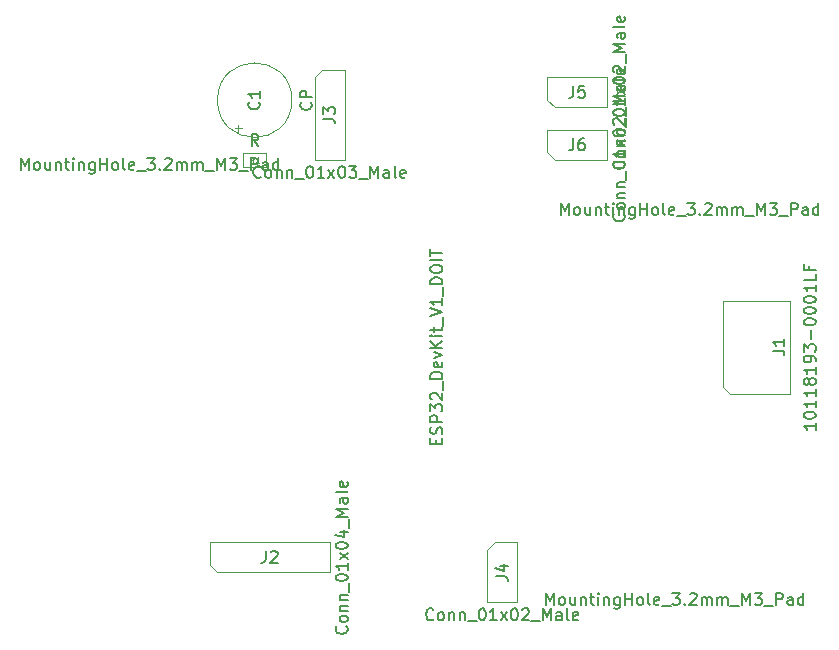
<source format=gbr>
%TF.GenerationSoftware,KiCad,Pcbnew,5.1.10*%
%TF.CreationDate,2021-10-27T21:54:33+02:00*%
%TF.ProjectId,JeanCloud_pcb_regular,4a65616e-436c-46f7-9564-5f7063625f72,rev?*%
%TF.SameCoordinates,Original*%
%TF.FileFunction,Other,Fab,Top*%
%FSLAX46Y46*%
G04 Gerber Fmt 4.6, Leading zero omitted, Abs format (unit mm)*
G04 Created by KiCad (PCBNEW 5.1.10) date 2021-10-27 21:54:33*
%MOMM*%
%LPD*%
G01*
G04 APERTURE LIST*
%ADD10C,0.100000*%
%ADD11C,0.150000*%
%ADD12C,0.080000*%
G04 APERTURE END LIST*
D10*
%TO.C,J1*%
X103715000Y-55365000D02*
X98625000Y-55365000D01*
X98065000Y-47505000D02*
X98065000Y-54805000D01*
X98625000Y-55365000D02*
X98065000Y-54805000D01*
X103715000Y-55365000D02*
X103715000Y-47505000D01*
X103715000Y-47505000D02*
X98065000Y-47505000D01*
%TO.C,J2*%
X54610000Y-69850000D02*
X54610000Y-67945000D01*
X54610000Y-67945000D02*
X64770000Y-67945000D01*
X64770000Y-67945000D02*
X64770000Y-70485000D01*
X64770000Y-70485000D02*
X55245000Y-70485000D01*
X55245000Y-70485000D02*
X54610000Y-69850000D01*
%TO.C,J3*%
X64135000Y-27940000D02*
X66040000Y-27940000D01*
X66040000Y-27940000D02*
X66040000Y-35560000D01*
X66040000Y-35560000D02*
X63500000Y-35560000D01*
X63500000Y-35560000D02*
X63500000Y-28575000D01*
X63500000Y-28575000D02*
X64135000Y-27940000D01*
%TO.C,J4*%
X78740000Y-67945000D02*
X80645000Y-67945000D01*
X80645000Y-67945000D02*
X80645000Y-73025000D01*
X80645000Y-73025000D02*
X78105000Y-73025000D01*
X78105000Y-73025000D02*
X78105000Y-68580000D01*
X78105000Y-68580000D02*
X78740000Y-67945000D01*
%TO.C,J5*%
X83820000Y-31115000D02*
X83185000Y-30480000D01*
X88265000Y-31115000D02*
X83820000Y-31115000D01*
X88265000Y-28575000D02*
X88265000Y-31115000D01*
X83185000Y-28575000D02*
X88265000Y-28575000D01*
X83185000Y-30480000D02*
X83185000Y-28575000D01*
%TO.C,J6*%
X83185000Y-34925000D02*
X83185000Y-33020000D01*
X83185000Y-33020000D02*
X88265000Y-33020000D01*
X88265000Y-33020000D02*
X88265000Y-35560000D01*
X88265000Y-35560000D02*
X83820000Y-35560000D01*
X83820000Y-35560000D02*
X83185000Y-34925000D01*
%TO.C,C1*%
X56731500Y-32878972D02*
X57361500Y-32878972D01*
X57046500Y-33193972D02*
X57046500Y-32563972D01*
X61570000Y-30500000D02*
G75*
G03*
X61570000Y-30500000I-3150000J0D01*
G01*
%TO.C,R1*%
X57420000Y-34935000D02*
X59420000Y-34935000D01*
X57420000Y-36185000D02*
X57420000Y-34935000D01*
X59420000Y-36185000D02*
X57420000Y-36185000D01*
X59420000Y-34935000D02*
X59420000Y-36185000D01*
%TD*%
%TO.C, *%
D11*
X83075238Y-73232380D02*
X83075238Y-72232380D01*
X83408571Y-72946666D01*
X83741904Y-72232380D01*
X83741904Y-73232380D01*
X84360952Y-73232380D02*
X84265714Y-73184761D01*
X84218095Y-73137142D01*
X84170476Y-73041904D01*
X84170476Y-72756190D01*
X84218095Y-72660952D01*
X84265714Y-72613333D01*
X84360952Y-72565714D01*
X84503809Y-72565714D01*
X84599047Y-72613333D01*
X84646666Y-72660952D01*
X84694285Y-72756190D01*
X84694285Y-73041904D01*
X84646666Y-73137142D01*
X84599047Y-73184761D01*
X84503809Y-73232380D01*
X84360952Y-73232380D01*
X85551428Y-72565714D02*
X85551428Y-73232380D01*
X85122857Y-72565714D02*
X85122857Y-73089523D01*
X85170476Y-73184761D01*
X85265714Y-73232380D01*
X85408571Y-73232380D01*
X85503809Y-73184761D01*
X85551428Y-73137142D01*
X86027619Y-72565714D02*
X86027619Y-73232380D01*
X86027619Y-72660952D02*
X86075238Y-72613333D01*
X86170476Y-72565714D01*
X86313333Y-72565714D01*
X86408571Y-72613333D01*
X86456190Y-72708571D01*
X86456190Y-73232380D01*
X86789523Y-72565714D02*
X87170476Y-72565714D01*
X86932380Y-72232380D02*
X86932380Y-73089523D01*
X86980000Y-73184761D01*
X87075238Y-73232380D01*
X87170476Y-73232380D01*
X87503809Y-73232380D02*
X87503809Y-72565714D01*
X87503809Y-72232380D02*
X87456190Y-72280000D01*
X87503809Y-72327619D01*
X87551428Y-72280000D01*
X87503809Y-72232380D01*
X87503809Y-72327619D01*
X87979999Y-72565714D02*
X87979999Y-73232380D01*
X87979999Y-72660952D02*
X88027619Y-72613333D01*
X88122857Y-72565714D01*
X88265714Y-72565714D01*
X88360952Y-72613333D01*
X88408571Y-72708571D01*
X88408571Y-73232380D01*
X89313333Y-72565714D02*
X89313333Y-73375238D01*
X89265714Y-73470476D01*
X89218095Y-73518095D01*
X89122857Y-73565714D01*
X88979999Y-73565714D01*
X88884761Y-73518095D01*
X89313333Y-73184761D02*
X89218095Y-73232380D01*
X89027619Y-73232380D01*
X88932380Y-73184761D01*
X88884761Y-73137142D01*
X88837142Y-73041904D01*
X88837142Y-72756190D01*
X88884761Y-72660952D01*
X88932380Y-72613333D01*
X89027619Y-72565714D01*
X89218095Y-72565714D01*
X89313333Y-72613333D01*
X89789523Y-73232380D02*
X89789523Y-72232380D01*
X89789523Y-72708571D02*
X90360952Y-72708571D01*
X90360952Y-73232380D02*
X90360952Y-72232380D01*
X90979999Y-73232380D02*
X90884761Y-73184761D01*
X90837142Y-73137142D01*
X90789523Y-73041904D01*
X90789523Y-72756190D01*
X90837142Y-72660952D01*
X90884761Y-72613333D01*
X90979999Y-72565714D01*
X91122857Y-72565714D01*
X91218095Y-72613333D01*
X91265714Y-72660952D01*
X91313333Y-72756190D01*
X91313333Y-73041904D01*
X91265714Y-73137142D01*
X91218095Y-73184761D01*
X91122857Y-73232380D01*
X90979999Y-73232380D01*
X91884761Y-73232380D02*
X91789523Y-73184761D01*
X91741904Y-73089523D01*
X91741904Y-72232380D01*
X92646666Y-73184761D02*
X92551428Y-73232380D01*
X92360952Y-73232380D01*
X92265714Y-73184761D01*
X92218095Y-73089523D01*
X92218095Y-72708571D01*
X92265714Y-72613333D01*
X92360952Y-72565714D01*
X92551428Y-72565714D01*
X92646666Y-72613333D01*
X92694285Y-72708571D01*
X92694285Y-72803809D01*
X92218095Y-72899047D01*
X92884761Y-73327619D02*
X93646666Y-73327619D01*
X93789523Y-72232380D02*
X94408571Y-72232380D01*
X94075238Y-72613333D01*
X94218095Y-72613333D01*
X94313333Y-72660952D01*
X94360952Y-72708571D01*
X94408571Y-72803809D01*
X94408571Y-73041904D01*
X94360952Y-73137142D01*
X94313333Y-73184761D01*
X94218095Y-73232380D01*
X93932380Y-73232380D01*
X93837142Y-73184761D01*
X93789523Y-73137142D01*
X94837142Y-73137142D02*
X94884761Y-73184761D01*
X94837142Y-73232380D01*
X94789523Y-73184761D01*
X94837142Y-73137142D01*
X94837142Y-73232380D01*
X95265714Y-72327619D02*
X95313333Y-72280000D01*
X95408571Y-72232380D01*
X95646666Y-72232380D01*
X95741904Y-72280000D01*
X95789523Y-72327619D01*
X95837142Y-72422857D01*
X95837142Y-72518095D01*
X95789523Y-72660952D01*
X95218095Y-73232380D01*
X95837142Y-73232380D01*
X96265714Y-73232380D02*
X96265714Y-72565714D01*
X96265714Y-72660952D02*
X96313333Y-72613333D01*
X96408571Y-72565714D01*
X96551428Y-72565714D01*
X96646666Y-72613333D01*
X96694285Y-72708571D01*
X96694285Y-73232380D01*
X96694285Y-72708571D02*
X96741904Y-72613333D01*
X96837142Y-72565714D01*
X96979999Y-72565714D01*
X97075238Y-72613333D01*
X97122857Y-72708571D01*
X97122857Y-73232380D01*
X97599047Y-73232380D02*
X97599047Y-72565714D01*
X97599047Y-72660952D02*
X97646666Y-72613333D01*
X97741904Y-72565714D01*
X97884761Y-72565714D01*
X97979999Y-72613333D01*
X98027619Y-72708571D01*
X98027619Y-73232380D01*
X98027619Y-72708571D02*
X98075238Y-72613333D01*
X98170476Y-72565714D01*
X98313333Y-72565714D01*
X98408571Y-72613333D01*
X98456190Y-72708571D01*
X98456190Y-73232380D01*
X98694285Y-73327619D02*
X99456190Y-73327619D01*
X99694285Y-73232380D02*
X99694285Y-72232380D01*
X100027619Y-72946666D01*
X100360952Y-72232380D01*
X100360952Y-73232380D01*
X100741904Y-72232380D02*
X101360952Y-72232380D01*
X101027619Y-72613333D01*
X101170476Y-72613333D01*
X101265714Y-72660952D01*
X101313333Y-72708571D01*
X101360952Y-72803809D01*
X101360952Y-73041904D01*
X101313333Y-73137142D01*
X101265714Y-73184761D01*
X101170476Y-73232380D01*
X100884761Y-73232380D01*
X100789523Y-73184761D01*
X100741904Y-73137142D01*
X101551428Y-73327619D02*
X102313333Y-73327619D01*
X102551428Y-73232380D02*
X102551428Y-72232380D01*
X102932380Y-72232380D01*
X103027619Y-72280000D01*
X103075238Y-72327619D01*
X103122857Y-72422857D01*
X103122857Y-72565714D01*
X103075238Y-72660952D01*
X103027619Y-72708571D01*
X102932380Y-72756190D01*
X102551428Y-72756190D01*
X103979999Y-73232380D02*
X103979999Y-72708571D01*
X103932380Y-72613333D01*
X103837142Y-72565714D01*
X103646666Y-72565714D01*
X103551428Y-72613333D01*
X103979999Y-73184761D02*
X103884761Y-73232380D01*
X103646666Y-73232380D01*
X103551428Y-73184761D01*
X103503809Y-73089523D01*
X103503809Y-72994285D01*
X103551428Y-72899047D01*
X103646666Y-72851428D01*
X103884761Y-72851428D01*
X103979999Y-72803809D01*
X104884761Y-73232380D02*
X104884761Y-72232380D01*
X104884761Y-73184761D02*
X104789523Y-73232380D01*
X104599047Y-73232380D01*
X104503809Y-73184761D01*
X104456190Y-73137142D01*
X104408571Y-73041904D01*
X104408571Y-72756190D01*
X104456190Y-72660952D01*
X104503809Y-72613333D01*
X104599047Y-72565714D01*
X104789523Y-72565714D01*
X104884761Y-72613333D01*
X38625238Y-36402380D02*
X38625238Y-35402380D01*
X38958571Y-36116666D01*
X39291904Y-35402380D01*
X39291904Y-36402380D01*
X39910952Y-36402380D02*
X39815714Y-36354761D01*
X39768095Y-36307142D01*
X39720476Y-36211904D01*
X39720476Y-35926190D01*
X39768095Y-35830952D01*
X39815714Y-35783333D01*
X39910952Y-35735714D01*
X40053809Y-35735714D01*
X40149047Y-35783333D01*
X40196666Y-35830952D01*
X40244285Y-35926190D01*
X40244285Y-36211904D01*
X40196666Y-36307142D01*
X40149047Y-36354761D01*
X40053809Y-36402380D01*
X39910952Y-36402380D01*
X41101428Y-35735714D02*
X41101428Y-36402380D01*
X40672857Y-35735714D02*
X40672857Y-36259523D01*
X40720476Y-36354761D01*
X40815714Y-36402380D01*
X40958571Y-36402380D01*
X41053809Y-36354761D01*
X41101428Y-36307142D01*
X41577619Y-35735714D02*
X41577619Y-36402380D01*
X41577619Y-35830952D02*
X41625238Y-35783333D01*
X41720476Y-35735714D01*
X41863333Y-35735714D01*
X41958571Y-35783333D01*
X42006190Y-35878571D01*
X42006190Y-36402380D01*
X42339523Y-35735714D02*
X42720476Y-35735714D01*
X42482380Y-35402380D02*
X42482380Y-36259523D01*
X42530000Y-36354761D01*
X42625238Y-36402380D01*
X42720476Y-36402380D01*
X43053809Y-36402380D02*
X43053809Y-35735714D01*
X43053809Y-35402380D02*
X43006190Y-35450000D01*
X43053809Y-35497619D01*
X43101428Y-35450000D01*
X43053809Y-35402380D01*
X43053809Y-35497619D01*
X43530000Y-35735714D02*
X43530000Y-36402380D01*
X43530000Y-35830952D02*
X43577619Y-35783333D01*
X43672857Y-35735714D01*
X43815714Y-35735714D01*
X43910952Y-35783333D01*
X43958571Y-35878571D01*
X43958571Y-36402380D01*
X44863333Y-35735714D02*
X44863333Y-36545238D01*
X44815714Y-36640476D01*
X44768095Y-36688095D01*
X44672857Y-36735714D01*
X44530000Y-36735714D01*
X44434761Y-36688095D01*
X44863333Y-36354761D02*
X44768095Y-36402380D01*
X44577619Y-36402380D01*
X44482380Y-36354761D01*
X44434761Y-36307142D01*
X44387142Y-36211904D01*
X44387142Y-35926190D01*
X44434761Y-35830952D01*
X44482380Y-35783333D01*
X44577619Y-35735714D01*
X44768095Y-35735714D01*
X44863333Y-35783333D01*
X45339523Y-36402380D02*
X45339523Y-35402380D01*
X45339523Y-35878571D02*
X45910952Y-35878571D01*
X45910952Y-36402380D02*
X45910952Y-35402380D01*
X46530000Y-36402380D02*
X46434761Y-36354761D01*
X46387142Y-36307142D01*
X46339523Y-36211904D01*
X46339523Y-35926190D01*
X46387142Y-35830952D01*
X46434761Y-35783333D01*
X46530000Y-35735714D01*
X46672857Y-35735714D01*
X46768095Y-35783333D01*
X46815714Y-35830952D01*
X46863333Y-35926190D01*
X46863333Y-36211904D01*
X46815714Y-36307142D01*
X46768095Y-36354761D01*
X46672857Y-36402380D01*
X46530000Y-36402380D01*
X47434761Y-36402380D02*
X47339523Y-36354761D01*
X47291904Y-36259523D01*
X47291904Y-35402380D01*
X48196666Y-36354761D02*
X48101428Y-36402380D01*
X47910952Y-36402380D01*
X47815714Y-36354761D01*
X47768095Y-36259523D01*
X47768095Y-35878571D01*
X47815714Y-35783333D01*
X47910952Y-35735714D01*
X48101428Y-35735714D01*
X48196666Y-35783333D01*
X48244285Y-35878571D01*
X48244285Y-35973809D01*
X47768095Y-36069047D01*
X48434761Y-36497619D02*
X49196666Y-36497619D01*
X49339523Y-35402380D02*
X49958571Y-35402380D01*
X49625238Y-35783333D01*
X49768095Y-35783333D01*
X49863333Y-35830952D01*
X49910952Y-35878571D01*
X49958571Y-35973809D01*
X49958571Y-36211904D01*
X49910952Y-36307142D01*
X49863333Y-36354761D01*
X49768095Y-36402380D01*
X49482380Y-36402380D01*
X49387142Y-36354761D01*
X49339523Y-36307142D01*
X50387142Y-36307142D02*
X50434761Y-36354761D01*
X50387142Y-36402380D01*
X50339523Y-36354761D01*
X50387142Y-36307142D01*
X50387142Y-36402380D01*
X50815714Y-35497619D02*
X50863333Y-35450000D01*
X50958571Y-35402380D01*
X51196666Y-35402380D01*
X51291904Y-35450000D01*
X51339523Y-35497619D01*
X51387142Y-35592857D01*
X51387142Y-35688095D01*
X51339523Y-35830952D01*
X50768095Y-36402380D01*
X51387142Y-36402380D01*
X51815714Y-36402380D02*
X51815714Y-35735714D01*
X51815714Y-35830952D02*
X51863333Y-35783333D01*
X51958571Y-35735714D01*
X52101428Y-35735714D01*
X52196666Y-35783333D01*
X52244285Y-35878571D01*
X52244285Y-36402380D01*
X52244285Y-35878571D02*
X52291904Y-35783333D01*
X52387142Y-35735714D01*
X52529999Y-35735714D01*
X52625238Y-35783333D01*
X52672857Y-35878571D01*
X52672857Y-36402380D01*
X53149047Y-36402380D02*
X53149047Y-35735714D01*
X53149047Y-35830952D02*
X53196666Y-35783333D01*
X53291904Y-35735714D01*
X53434761Y-35735714D01*
X53530000Y-35783333D01*
X53577619Y-35878571D01*
X53577619Y-36402380D01*
X53577619Y-35878571D02*
X53625238Y-35783333D01*
X53720476Y-35735714D01*
X53863333Y-35735714D01*
X53958571Y-35783333D01*
X54006190Y-35878571D01*
X54006190Y-36402380D01*
X54244285Y-36497619D02*
X55006190Y-36497619D01*
X55244285Y-36402380D02*
X55244285Y-35402380D01*
X55577619Y-36116666D01*
X55910952Y-35402380D01*
X55910952Y-36402380D01*
X56291904Y-35402380D02*
X56910952Y-35402380D01*
X56577619Y-35783333D01*
X56720476Y-35783333D01*
X56815714Y-35830952D01*
X56863333Y-35878571D01*
X56910952Y-35973809D01*
X56910952Y-36211904D01*
X56863333Y-36307142D01*
X56815714Y-36354761D01*
X56720476Y-36402380D01*
X56434761Y-36402380D01*
X56339523Y-36354761D01*
X56291904Y-36307142D01*
X57101428Y-36497619D02*
X57863333Y-36497619D01*
X58101428Y-36402380D02*
X58101428Y-35402380D01*
X58482380Y-35402380D01*
X58577619Y-35450000D01*
X58625238Y-35497619D01*
X58672857Y-35592857D01*
X58672857Y-35735714D01*
X58625238Y-35830952D01*
X58577619Y-35878571D01*
X58482380Y-35926190D01*
X58101428Y-35926190D01*
X59530000Y-36402380D02*
X59530000Y-35878571D01*
X59482380Y-35783333D01*
X59387142Y-35735714D01*
X59196666Y-35735714D01*
X59101428Y-35783333D01*
X59530000Y-36354761D02*
X59434761Y-36402380D01*
X59196666Y-36402380D01*
X59101428Y-36354761D01*
X59053809Y-36259523D01*
X59053809Y-36164285D01*
X59101428Y-36069047D01*
X59196666Y-36021428D01*
X59434761Y-36021428D01*
X59530000Y-35973809D01*
X60434761Y-36402380D02*
X60434761Y-35402380D01*
X60434761Y-36354761D02*
X60339523Y-36402380D01*
X60149047Y-36402380D01*
X60053809Y-36354761D01*
X60006190Y-36307142D01*
X59958571Y-36211904D01*
X59958571Y-35926190D01*
X60006190Y-35830952D01*
X60053809Y-35783333D01*
X60149047Y-35735714D01*
X60339523Y-35735714D01*
X60434761Y-35783333D01*
X84345238Y-40212380D02*
X84345238Y-39212380D01*
X84678571Y-39926666D01*
X85011904Y-39212380D01*
X85011904Y-40212380D01*
X85630952Y-40212380D02*
X85535714Y-40164761D01*
X85488095Y-40117142D01*
X85440476Y-40021904D01*
X85440476Y-39736190D01*
X85488095Y-39640952D01*
X85535714Y-39593333D01*
X85630952Y-39545714D01*
X85773809Y-39545714D01*
X85869047Y-39593333D01*
X85916666Y-39640952D01*
X85964285Y-39736190D01*
X85964285Y-40021904D01*
X85916666Y-40117142D01*
X85869047Y-40164761D01*
X85773809Y-40212380D01*
X85630952Y-40212380D01*
X86821428Y-39545714D02*
X86821428Y-40212380D01*
X86392857Y-39545714D02*
X86392857Y-40069523D01*
X86440476Y-40164761D01*
X86535714Y-40212380D01*
X86678571Y-40212380D01*
X86773809Y-40164761D01*
X86821428Y-40117142D01*
X87297619Y-39545714D02*
X87297619Y-40212380D01*
X87297619Y-39640952D02*
X87345238Y-39593333D01*
X87440476Y-39545714D01*
X87583333Y-39545714D01*
X87678571Y-39593333D01*
X87726190Y-39688571D01*
X87726190Y-40212380D01*
X88059523Y-39545714D02*
X88440476Y-39545714D01*
X88202380Y-39212380D02*
X88202380Y-40069523D01*
X88250000Y-40164761D01*
X88345238Y-40212380D01*
X88440476Y-40212380D01*
X88773809Y-40212380D02*
X88773809Y-39545714D01*
X88773809Y-39212380D02*
X88726190Y-39260000D01*
X88773809Y-39307619D01*
X88821428Y-39260000D01*
X88773809Y-39212380D01*
X88773809Y-39307619D01*
X89249999Y-39545714D02*
X89249999Y-40212380D01*
X89249999Y-39640952D02*
X89297619Y-39593333D01*
X89392857Y-39545714D01*
X89535714Y-39545714D01*
X89630952Y-39593333D01*
X89678571Y-39688571D01*
X89678571Y-40212380D01*
X90583333Y-39545714D02*
X90583333Y-40355238D01*
X90535714Y-40450476D01*
X90488095Y-40498095D01*
X90392857Y-40545714D01*
X90249999Y-40545714D01*
X90154761Y-40498095D01*
X90583333Y-40164761D02*
X90488095Y-40212380D01*
X90297619Y-40212380D01*
X90202380Y-40164761D01*
X90154761Y-40117142D01*
X90107142Y-40021904D01*
X90107142Y-39736190D01*
X90154761Y-39640952D01*
X90202380Y-39593333D01*
X90297619Y-39545714D01*
X90488095Y-39545714D01*
X90583333Y-39593333D01*
X91059523Y-40212380D02*
X91059523Y-39212380D01*
X91059523Y-39688571D02*
X91630952Y-39688571D01*
X91630952Y-40212380D02*
X91630952Y-39212380D01*
X92249999Y-40212380D02*
X92154761Y-40164761D01*
X92107142Y-40117142D01*
X92059523Y-40021904D01*
X92059523Y-39736190D01*
X92107142Y-39640952D01*
X92154761Y-39593333D01*
X92249999Y-39545714D01*
X92392857Y-39545714D01*
X92488095Y-39593333D01*
X92535714Y-39640952D01*
X92583333Y-39736190D01*
X92583333Y-40021904D01*
X92535714Y-40117142D01*
X92488095Y-40164761D01*
X92392857Y-40212380D01*
X92249999Y-40212380D01*
X93154761Y-40212380D02*
X93059523Y-40164761D01*
X93011904Y-40069523D01*
X93011904Y-39212380D01*
X93916666Y-40164761D02*
X93821428Y-40212380D01*
X93630952Y-40212380D01*
X93535714Y-40164761D01*
X93488095Y-40069523D01*
X93488095Y-39688571D01*
X93535714Y-39593333D01*
X93630952Y-39545714D01*
X93821428Y-39545714D01*
X93916666Y-39593333D01*
X93964285Y-39688571D01*
X93964285Y-39783809D01*
X93488095Y-39879047D01*
X94154761Y-40307619D02*
X94916666Y-40307619D01*
X95059523Y-39212380D02*
X95678571Y-39212380D01*
X95345238Y-39593333D01*
X95488095Y-39593333D01*
X95583333Y-39640952D01*
X95630952Y-39688571D01*
X95678571Y-39783809D01*
X95678571Y-40021904D01*
X95630952Y-40117142D01*
X95583333Y-40164761D01*
X95488095Y-40212380D01*
X95202380Y-40212380D01*
X95107142Y-40164761D01*
X95059523Y-40117142D01*
X96107142Y-40117142D02*
X96154761Y-40164761D01*
X96107142Y-40212380D01*
X96059523Y-40164761D01*
X96107142Y-40117142D01*
X96107142Y-40212380D01*
X96535714Y-39307619D02*
X96583333Y-39260000D01*
X96678571Y-39212380D01*
X96916666Y-39212380D01*
X97011904Y-39260000D01*
X97059523Y-39307619D01*
X97107142Y-39402857D01*
X97107142Y-39498095D01*
X97059523Y-39640952D01*
X96488095Y-40212380D01*
X97107142Y-40212380D01*
X97535714Y-40212380D02*
X97535714Y-39545714D01*
X97535714Y-39640952D02*
X97583333Y-39593333D01*
X97678571Y-39545714D01*
X97821428Y-39545714D01*
X97916666Y-39593333D01*
X97964285Y-39688571D01*
X97964285Y-40212380D01*
X97964285Y-39688571D02*
X98011904Y-39593333D01*
X98107142Y-39545714D01*
X98249999Y-39545714D01*
X98345238Y-39593333D01*
X98392857Y-39688571D01*
X98392857Y-40212380D01*
X98869047Y-40212380D02*
X98869047Y-39545714D01*
X98869047Y-39640952D02*
X98916666Y-39593333D01*
X99011904Y-39545714D01*
X99154761Y-39545714D01*
X99249999Y-39593333D01*
X99297619Y-39688571D01*
X99297619Y-40212380D01*
X99297619Y-39688571D02*
X99345238Y-39593333D01*
X99440476Y-39545714D01*
X99583333Y-39545714D01*
X99678571Y-39593333D01*
X99726190Y-39688571D01*
X99726190Y-40212380D01*
X99964285Y-40307619D02*
X100726190Y-40307619D01*
X100964285Y-40212380D02*
X100964285Y-39212380D01*
X101297619Y-39926666D01*
X101630952Y-39212380D01*
X101630952Y-40212380D01*
X102011904Y-39212380D02*
X102630952Y-39212380D01*
X102297619Y-39593333D01*
X102440476Y-39593333D01*
X102535714Y-39640952D01*
X102583333Y-39688571D01*
X102630952Y-39783809D01*
X102630952Y-40021904D01*
X102583333Y-40117142D01*
X102535714Y-40164761D01*
X102440476Y-40212380D01*
X102154761Y-40212380D01*
X102059523Y-40164761D01*
X102011904Y-40117142D01*
X102821428Y-40307619D02*
X103583333Y-40307619D01*
X103821428Y-40212380D02*
X103821428Y-39212380D01*
X104202380Y-39212380D01*
X104297619Y-39260000D01*
X104345238Y-39307619D01*
X104392857Y-39402857D01*
X104392857Y-39545714D01*
X104345238Y-39640952D01*
X104297619Y-39688571D01*
X104202380Y-39736190D01*
X103821428Y-39736190D01*
X105249999Y-40212380D02*
X105249999Y-39688571D01*
X105202380Y-39593333D01*
X105107142Y-39545714D01*
X104916666Y-39545714D01*
X104821428Y-39593333D01*
X105249999Y-40164761D02*
X105154761Y-40212380D01*
X104916666Y-40212380D01*
X104821428Y-40164761D01*
X104773809Y-40069523D01*
X104773809Y-39974285D01*
X104821428Y-39879047D01*
X104916666Y-39831428D01*
X105154761Y-39831428D01*
X105249999Y-39783809D01*
X106154761Y-40212380D02*
X106154761Y-39212380D01*
X106154761Y-40164761D02*
X106059523Y-40212380D01*
X105869047Y-40212380D01*
X105773809Y-40164761D01*
X105726190Y-40117142D01*
X105678571Y-40021904D01*
X105678571Y-39736190D01*
X105726190Y-39640952D01*
X105773809Y-39593333D01*
X105869047Y-39545714D01*
X106059523Y-39545714D01*
X106154761Y-39593333D01*
X73778571Y-59601666D02*
X73778571Y-59268333D01*
X74302380Y-59125476D02*
X74302380Y-59601666D01*
X73302380Y-59601666D01*
X73302380Y-59125476D01*
X74254761Y-58744523D02*
X74302380Y-58601666D01*
X74302380Y-58363571D01*
X74254761Y-58268333D01*
X74207142Y-58220714D01*
X74111904Y-58173095D01*
X74016666Y-58173095D01*
X73921428Y-58220714D01*
X73873809Y-58268333D01*
X73826190Y-58363571D01*
X73778571Y-58554047D01*
X73730952Y-58649285D01*
X73683333Y-58696904D01*
X73588095Y-58744523D01*
X73492857Y-58744523D01*
X73397619Y-58696904D01*
X73350000Y-58649285D01*
X73302380Y-58554047D01*
X73302380Y-58315952D01*
X73350000Y-58173095D01*
X74302380Y-57744523D02*
X73302380Y-57744523D01*
X73302380Y-57363571D01*
X73350000Y-57268333D01*
X73397619Y-57220714D01*
X73492857Y-57173095D01*
X73635714Y-57173095D01*
X73730952Y-57220714D01*
X73778571Y-57268333D01*
X73826190Y-57363571D01*
X73826190Y-57744523D01*
X73302380Y-56839761D02*
X73302380Y-56220714D01*
X73683333Y-56554047D01*
X73683333Y-56411190D01*
X73730952Y-56315952D01*
X73778571Y-56268333D01*
X73873809Y-56220714D01*
X74111904Y-56220714D01*
X74207142Y-56268333D01*
X74254761Y-56315952D01*
X74302380Y-56411190D01*
X74302380Y-56696904D01*
X74254761Y-56792142D01*
X74207142Y-56839761D01*
X73397619Y-55839761D02*
X73350000Y-55792142D01*
X73302380Y-55696904D01*
X73302380Y-55458809D01*
X73350000Y-55363571D01*
X73397619Y-55315952D01*
X73492857Y-55268333D01*
X73588095Y-55268333D01*
X73730952Y-55315952D01*
X74302380Y-55887380D01*
X74302380Y-55268333D01*
X74397619Y-55077857D02*
X74397619Y-54315952D01*
X74302380Y-54077857D02*
X73302380Y-54077857D01*
X73302380Y-53839761D01*
X73350000Y-53696904D01*
X73445238Y-53601666D01*
X73540476Y-53554047D01*
X73730952Y-53506428D01*
X73873809Y-53506428D01*
X74064285Y-53554047D01*
X74159523Y-53601666D01*
X74254761Y-53696904D01*
X74302380Y-53839761D01*
X74302380Y-54077857D01*
X74254761Y-52696904D02*
X74302380Y-52792142D01*
X74302380Y-52982619D01*
X74254761Y-53077857D01*
X74159523Y-53125476D01*
X73778571Y-53125476D01*
X73683333Y-53077857D01*
X73635714Y-52982619D01*
X73635714Y-52792142D01*
X73683333Y-52696904D01*
X73778571Y-52649285D01*
X73873809Y-52649285D01*
X73969047Y-53125476D01*
X73635714Y-52315952D02*
X74302380Y-52077857D01*
X73635714Y-51839761D01*
X74302380Y-51458809D02*
X73302380Y-51458809D01*
X74302380Y-50887380D02*
X73730952Y-51315952D01*
X73302380Y-50887380D02*
X73873809Y-51458809D01*
X74302380Y-50458809D02*
X73635714Y-50458809D01*
X73302380Y-50458809D02*
X73350000Y-50506428D01*
X73397619Y-50458809D01*
X73350000Y-50411190D01*
X73302380Y-50458809D01*
X73397619Y-50458809D01*
X73635714Y-50125476D02*
X73635714Y-49744523D01*
X73302380Y-49982619D02*
X74159523Y-49982619D01*
X74254761Y-49935000D01*
X74302380Y-49839761D01*
X74302380Y-49744523D01*
X74397619Y-49649285D02*
X74397619Y-48887380D01*
X73302380Y-48792142D02*
X74302380Y-48458809D01*
X73302380Y-48125476D01*
X74302380Y-47268333D02*
X74302380Y-47839761D01*
X74302380Y-47554047D02*
X73302380Y-47554047D01*
X73445238Y-47649285D01*
X73540476Y-47744523D01*
X73588095Y-47839761D01*
X74397619Y-47077857D02*
X74397619Y-46315952D01*
X74302380Y-46077857D02*
X73302380Y-46077857D01*
X73302380Y-45839761D01*
X73350000Y-45696904D01*
X73445238Y-45601666D01*
X73540476Y-45554047D01*
X73730952Y-45506428D01*
X73873809Y-45506428D01*
X74064285Y-45554047D01*
X74159523Y-45601666D01*
X74254761Y-45696904D01*
X74302380Y-45839761D01*
X74302380Y-46077857D01*
X73302380Y-44887380D02*
X73302380Y-44696904D01*
X73350000Y-44601666D01*
X73445238Y-44506428D01*
X73635714Y-44458809D01*
X73969047Y-44458809D01*
X74159523Y-44506428D01*
X74254761Y-44601666D01*
X74302380Y-44696904D01*
X74302380Y-44887380D01*
X74254761Y-44982619D01*
X74159523Y-45077857D01*
X73969047Y-45125476D01*
X73635714Y-45125476D01*
X73445238Y-45077857D01*
X73350000Y-44982619D01*
X73302380Y-44887380D01*
X74302380Y-44030238D02*
X73302380Y-44030238D01*
X73302380Y-43696904D02*
X73302380Y-43125476D01*
X74302380Y-43411190D02*
X73302380Y-43411190D01*
%TO.C,J1*%
X105917380Y-57839761D02*
X105917380Y-58411190D01*
X105917380Y-58125476D02*
X104917380Y-58125476D01*
X105060238Y-58220714D01*
X105155476Y-58315952D01*
X105203095Y-58411190D01*
X104917380Y-57220714D02*
X104917380Y-57125476D01*
X104965000Y-57030238D01*
X105012619Y-56982619D01*
X105107857Y-56935000D01*
X105298333Y-56887380D01*
X105536428Y-56887380D01*
X105726904Y-56935000D01*
X105822142Y-56982619D01*
X105869761Y-57030238D01*
X105917380Y-57125476D01*
X105917380Y-57220714D01*
X105869761Y-57315952D01*
X105822142Y-57363571D01*
X105726904Y-57411190D01*
X105536428Y-57458809D01*
X105298333Y-57458809D01*
X105107857Y-57411190D01*
X105012619Y-57363571D01*
X104965000Y-57315952D01*
X104917380Y-57220714D01*
X105917380Y-55935000D02*
X105917380Y-56506428D01*
X105917380Y-56220714D02*
X104917380Y-56220714D01*
X105060238Y-56315952D01*
X105155476Y-56411190D01*
X105203095Y-56506428D01*
X105917380Y-54982619D02*
X105917380Y-55554047D01*
X105917380Y-55268333D02*
X104917380Y-55268333D01*
X105060238Y-55363571D01*
X105155476Y-55458809D01*
X105203095Y-55554047D01*
X105345952Y-54411190D02*
X105298333Y-54506428D01*
X105250714Y-54554047D01*
X105155476Y-54601666D01*
X105107857Y-54601666D01*
X105012619Y-54554047D01*
X104965000Y-54506428D01*
X104917380Y-54411190D01*
X104917380Y-54220714D01*
X104965000Y-54125476D01*
X105012619Y-54077857D01*
X105107857Y-54030238D01*
X105155476Y-54030238D01*
X105250714Y-54077857D01*
X105298333Y-54125476D01*
X105345952Y-54220714D01*
X105345952Y-54411190D01*
X105393571Y-54506428D01*
X105441190Y-54554047D01*
X105536428Y-54601666D01*
X105726904Y-54601666D01*
X105822142Y-54554047D01*
X105869761Y-54506428D01*
X105917380Y-54411190D01*
X105917380Y-54220714D01*
X105869761Y-54125476D01*
X105822142Y-54077857D01*
X105726904Y-54030238D01*
X105536428Y-54030238D01*
X105441190Y-54077857D01*
X105393571Y-54125476D01*
X105345952Y-54220714D01*
X105917380Y-53077857D02*
X105917380Y-53649285D01*
X105917380Y-53363571D02*
X104917380Y-53363571D01*
X105060238Y-53458809D01*
X105155476Y-53554047D01*
X105203095Y-53649285D01*
X105917380Y-52601666D02*
X105917380Y-52411190D01*
X105869761Y-52315952D01*
X105822142Y-52268333D01*
X105679285Y-52173095D01*
X105488809Y-52125476D01*
X105107857Y-52125476D01*
X105012619Y-52173095D01*
X104965000Y-52220714D01*
X104917380Y-52315952D01*
X104917380Y-52506428D01*
X104965000Y-52601666D01*
X105012619Y-52649285D01*
X105107857Y-52696904D01*
X105345952Y-52696904D01*
X105441190Y-52649285D01*
X105488809Y-52601666D01*
X105536428Y-52506428D01*
X105536428Y-52315952D01*
X105488809Y-52220714D01*
X105441190Y-52173095D01*
X105345952Y-52125476D01*
X104917380Y-51792142D02*
X104917380Y-51173095D01*
X105298333Y-51506428D01*
X105298333Y-51363571D01*
X105345952Y-51268333D01*
X105393571Y-51220714D01*
X105488809Y-51173095D01*
X105726904Y-51173095D01*
X105822142Y-51220714D01*
X105869761Y-51268333D01*
X105917380Y-51363571D01*
X105917380Y-51649285D01*
X105869761Y-51744523D01*
X105822142Y-51792142D01*
X105536428Y-50744523D02*
X105536428Y-49982619D01*
X104917380Y-49315952D02*
X104917380Y-49220714D01*
X104965000Y-49125476D01*
X105012619Y-49077857D01*
X105107857Y-49030238D01*
X105298333Y-48982619D01*
X105536428Y-48982619D01*
X105726904Y-49030238D01*
X105822142Y-49077857D01*
X105869761Y-49125476D01*
X105917380Y-49220714D01*
X105917380Y-49315952D01*
X105869761Y-49411190D01*
X105822142Y-49458809D01*
X105726904Y-49506428D01*
X105536428Y-49554047D01*
X105298333Y-49554047D01*
X105107857Y-49506428D01*
X105012619Y-49458809D01*
X104965000Y-49411190D01*
X104917380Y-49315952D01*
X104917380Y-48363571D02*
X104917380Y-48268333D01*
X104965000Y-48173095D01*
X105012619Y-48125476D01*
X105107857Y-48077857D01*
X105298333Y-48030238D01*
X105536428Y-48030238D01*
X105726904Y-48077857D01*
X105822142Y-48125476D01*
X105869761Y-48173095D01*
X105917380Y-48268333D01*
X105917380Y-48363571D01*
X105869761Y-48458809D01*
X105822142Y-48506428D01*
X105726904Y-48554047D01*
X105536428Y-48601666D01*
X105298333Y-48601666D01*
X105107857Y-48554047D01*
X105012619Y-48506428D01*
X104965000Y-48458809D01*
X104917380Y-48363571D01*
X104917380Y-47411190D02*
X104917380Y-47315952D01*
X104965000Y-47220714D01*
X105012619Y-47173095D01*
X105107857Y-47125476D01*
X105298333Y-47077857D01*
X105536428Y-47077857D01*
X105726904Y-47125476D01*
X105822142Y-47173095D01*
X105869761Y-47220714D01*
X105917380Y-47315952D01*
X105917380Y-47411190D01*
X105869761Y-47506428D01*
X105822142Y-47554047D01*
X105726904Y-47601666D01*
X105536428Y-47649285D01*
X105298333Y-47649285D01*
X105107857Y-47601666D01*
X105012619Y-47554047D01*
X104965000Y-47506428D01*
X104917380Y-47411190D01*
X105917380Y-46125476D02*
X105917380Y-46696904D01*
X105917380Y-46411190D02*
X104917380Y-46411190D01*
X105060238Y-46506428D01*
X105155476Y-46601666D01*
X105203095Y-46696904D01*
X105917380Y-45220714D02*
X105917380Y-45696904D01*
X104917380Y-45696904D01*
X105393571Y-44554047D02*
X105393571Y-44887380D01*
X105917380Y-44887380D02*
X104917380Y-44887380D01*
X104917380Y-44411190D01*
X102277380Y-51708333D02*
X102991666Y-51708333D01*
X103134523Y-51755952D01*
X103229761Y-51851190D01*
X103277380Y-51994047D01*
X103277380Y-52089285D01*
X103277380Y-50708333D02*
X103277380Y-51279761D01*
X103277380Y-50994047D02*
X102277380Y-50994047D01*
X102420238Y-51089285D01*
X102515476Y-51184523D01*
X102563095Y-51279761D01*
%TO.C,J2*%
X66187142Y-75048333D02*
X66234761Y-75095952D01*
X66282380Y-75238809D01*
X66282380Y-75334047D01*
X66234761Y-75476904D01*
X66139523Y-75572142D01*
X66044285Y-75619761D01*
X65853809Y-75667380D01*
X65710952Y-75667380D01*
X65520476Y-75619761D01*
X65425238Y-75572142D01*
X65330000Y-75476904D01*
X65282380Y-75334047D01*
X65282380Y-75238809D01*
X65330000Y-75095952D01*
X65377619Y-75048333D01*
X66282380Y-74476904D02*
X66234761Y-74572142D01*
X66187142Y-74619761D01*
X66091904Y-74667380D01*
X65806190Y-74667380D01*
X65710952Y-74619761D01*
X65663333Y-74572142D01*
X65615714Y-74476904D01*
X65615714Y-74334047D01*
X65663333Y-74238809D01*
X65710952Y-74191190D01*
X65806190Y-74143571D01*
X66091904Y-74143571D01*
X66187142Y-74191190D01*
X66234761Y-74238809D01*
X66282380Y-74334047D01*
X66282380Y-74476904D01*
X65615714Y-73715000D02*
X66282380Y-73715000D01*
X65710952Y-73715000D02*
X65663333Y-73667380D01*
X65615714Y-73572142D01*
X65615714Y-73429285D01*
X65663333Y-73334047D01*
X65758571Y-73286428D01*
X66282380Y-73286428D01*
X65615714Y-72810238D02*
X66282380Y-72810238D01*
X65710952Y-72810238D02*
X65663333Y-72762619D01*
X65615714Y-72667380D01*
X65615714Y-72524523D01*
X65663333Y-72429285D01*
X65758571Y-72381666D01*
X66282380Y-72381666D01*
X66377619Y-72143571D02*
X66377619Y-71381666D01*
X65282380Y-70953095D02*
X65282380Y-70857857D01*
X65330000Y-70762619D01*
X65377619Y-70715000D01*
X65472857Y-70667380D01*
X65663333Y-70619761D01*
X65901428Y-70619761D01*
X66091904Y-70667380D01*
X66187142Y-70715000D01*
X66234761Y-70762619D01*
X66282380Y-70857857D01*
X66282380Y-70953095D01*
X66234761Y-71048333D01*
X66187142Y-71095952D01*
X66091904Y-71143571D01*
X65901428Y-71191190D01*
X65663333Y-71191190D01*
X65472857Y-71143571D01*
X65377619Y-71095952D01*
X65330000Y-71048333D01*
X65282380Y-70953095D01*
X66282380Y-69667380D02*
X66282380Y-70238809D01*
X66282380Y-69953095D02*
X65282380Y-69953095D01*
X65425238Y-70048333D01*
X65520476Y-70143571D01*
X65568095Y-70238809D01*
X66282380Y-69334047D02*
X65615714Y-68810238D01*
X65615714Y-69334047D02*
X66282380Y-68810238D01*
X65282380Y-68238809D02*
X65282380Y-68143571D01*
X65330000Y-68048333D01*
X65377619Y-68000714D01*
X65472857Y-67953095D01*
X65663333Y-67905476D01*
X65901428Y-67905476D01*
X66091904Y-67953095D01*
X66187142Y-68000714D01*
X66234761Y-68048333D01*
X66282380Y-68143571D01*
X66282380Y-68238809D01*
X66234761Y-68334047D01*
X66187142Y-68381666D01*
X66091904Y-68429285D01*
X65901428Y-68476904D01*
X65663333Y-68476904D01*
X65472857Y-68429285D01*
X65377619Y-68381666D01*
X65330000Y-68334047D01*
X65282380Y-68238809D01*
X65615714Y-67048333D02*
X66282380Y-67048333D01*
X65234761Y-67286428D02*
X65949047Y-67524523D01*
X65949047Y-66905476D01*
X66377619Y-66762619D02*
X66377619Y-66000714D01*
X66282380Y-65762619D02*
X65282380Y-65762619D01*
X65996666Y-65429285D01*
X65282380Y-65095952D01*
X66282380Y-65095952D01*
X66282380Y-64191190D02*
X65758571Y-64191190D01*
X65663333Y-64238809D01*
X65615714Y-64334047D01*
X65615714Y-64524523D01*
X65663333Y-64619761D01*
X66234761Y-64191190D02*
X66282380Y-64286428D01*
X66282380Y-64524523D01*
X66234761Y-64619761D01*
X66139523Y-64667380D01*
X66044285Y-64667380D01*
X65949047Y-64619761D01*
X65901428Y-64524523D01*
X65901428Y-64286428D01*
X65853809Y-64191190D01*
X66282380Y-63572142D02*
X66234761Y-63667380D01*
X66139523Y-63715000D01*
X65282380Y-63715000D01*
X66234761Y-62810238D02*
X66282380Y-62905476D01*
X66282380Y-63095952D01*
X66234761Y-63191190D01*
X66139523Y-63238809D01*
X65758571Y-63238809D01*
X65663333Y-63191190D01*
X65615714Y-63095952D01*
X65615714Y-62905476D01*
X65663333Y-62810238D01*
X65758571Y-62762619D01*
X65853809Y-62762619D01*
X65949047Y-63238809D01*
X59356666Y-68667380D02*
X59356666Y-69381666D01*
X59309047Y-69524523D01*
X59213809Y-69619761D01*
X59070952Y-69667380D01*
X58975714Y-69667380D01*
X59785238Y-68762619D02*
X59832857Y-68715000D01*
X59928095Y-68667380D01*
X60166190Y-68667380D01*
X60261428Y-68715000D01*
X60309047Y-68762619D01*
X60356666Y-68857857D01*
X60356666Y-68953095D01*
X60309047Y-69095952D01*
X59737619Y-69667380D01*
X60356666Y-69667380D01*
%TO.C,J3*%
X58936666Y-36977142D02*
X58889047Y-37024761D01*
X58746190Y-37072380D01*
X58650952Y-37072380D01*
X58508095Y-37024761D01*
X58412857Y-36929523D01*
X58365238Y-36834285D01*
X58317619Y-36643809D01*
X58317619Y-36500952D01*
X58365238Y-36310476D01*
X58412857Y-36215238D01*
X58508095Y-36120000D01*
X58650952Y-36072380D01*
X58746190Y-36072380D01*
X58889047Y-36120000D01*
X58936666Y-36167619D01*
X59508095Y-37072380D02*
X59412857Y-37024761D01*
X59365238Y-36977142D01*
X59317619Y-36881904D01*
X59317619Y-36596190D01*
X59365238Y-36500952D01*
X59412857Y-36453333D01*
X59508095Y-36405714D01*
X59650952Y-36405714D01*
X59746190Y-36453333D01*
X59793809Y-36500952D01*
X59841428Y-36596190D01*
X59841428Y-36881904D01*
X59793809Y-36977142D01*
X59746190Y-37024761D01*
X59650952Y-37072380D01*
X59508095Y-37072380D01*
X60270000Y-36405714D02*
X60270000Y-37072380D01*
X60270000Y-36500952D02*
X60317619Y-36453333D01*
X60412857Y-36405714D01*
X60555714Y-36405714D01*
X60650952Y-36453333D01*
X60698571Y-36548571D01*
X60698571Y-37072380D01*
X61174761Y-36405714D02*
X61174761Y-37072380D01*
X61174761Y-36500952D02*
X61222380Y-36453333D01*
X61317619Y-36405714D01*
X61460476Y-36405714D01*
X61555714Y-36453333D01*
X61603333Y-36548571D01*
X61603333Y-37072380D01*
X61841428Y-37167619D02*
X62603333Y-37167619D01*
X63031904Y-36072380D02*
X63127142Y-36072380D01*
X63222380Y-36120000D01*
X63270000Y-36167619D01*
X63317619Y-36262857D01*
X63365238Y-36453333D01*
X63365238Y-36691428D01*
X63317619Y-36881904D01*
X63270000Y-36977142D01*
X63222380Y-37024761D01*
X63127142Y-37072380D01*
X63031904Y-37072380D01*
X62936666Y-37024761D01*
X62889047Y-36977142D01*
X62841428Y-36881904D01*
X62793809Y-36691428D01*
X62793809Y-36453333D01*
X62841428Y-36262857D01*
X62889047Y-36167619D01*
X62936666Y-36120000D01*
X63031904Y-36072380D01*
X64317619Y-37072380D02*
X63746190Y-37072380D01*
X64031904Y-37072380D02*
X64031904Y-36072380D01*
X63936666Y-36215238D01*
X63841428Y-36310476D01*
X63746190Y-36358095D01*
X64650952Y-37072380D02*
X65174761Y-36405714D01*
X64650952Y-36405714D02*
X65174761Y-37072380D01*
X65746190Y-36072380D02*
X65841428Y-36072380D01*
X65936666Y-36120000D01*
X65984285Y-36167619D01*
X66031904Y-36262857D01*
X66079523Y-36453333D01*
X66079523Y-36691428D01*
X66031904Y-36881904D01*
X65984285Y-36977142D01*
X65936666Y-37024761D01*
X65841428Y-37072380D01*
X65746190Y-37072380D01*
X65650952Y-37024761D01*
X65603333Y-36977142D01*
X65555714Y-36881904D01*
X65508095Y-36691428D01*
X65508095Y-36453333D01*
X65555714Y-36262857D01*
X65603333Y-36167619D01*
X65650952Y-36120000D01*
X65746190Y-36072380D01*
X66412857Y-36072380D02*
X67031904Y-36072380D01*
X66698571Y-36453333D01*
X66841428Y-36453333D01*
X66936666Y-36500952D01*
X66984285Y-36548571D01*
X67031904Y-36643809D01*
X67031904Y-36881904D01*
X66984285Y-36977142D01*
X66936666Y-37024761D01*
X66841428Y-37072380D01*
X66555714Y-37072380D01*
X66460476Y-37024761D01*
X66412857Y-36977142D01*
X67222380Y-37167619D02*
X67984285Y-37167619D01*
X68222380Y-37072380D02*
X68222380Y-36072380D01*
X68555714Y-36786666D01*
X68889047Y-36072380D01*
X68889047Y-37072380D01*
X69793809Y-37072380D02*
X69793809Y-36548571D01*
X69746190Y-36453333D01*
X69650952Y-36405714D01*
X69460476Y-36405714D01*
X69365238Y-36453333D01*
X69793809Y-37024761D02*
X69698571Y-37072380D01*
X69460476Y-37072380D01*
X69365238Y-37024761D01*
X69317619Y-36929523D01*
X69317619Y-36834285D01*
X69365238Y-36739047D01*
X69460476Y-36691428D01*
X69698571Y-36691428D01*
X69793809Y-36643809D01*
X70412857Y-37072380D02*
X70317619Y-37024761D01*
X70270000Y-36929523D01*
X70270000Y-36072380D01*
X71174761Y-37024761D02*
X71079523Y-37072380D01*
X70889047Y-37072380D01*
X70793809Y-37024761D01*
X70746190Y-36929523D01*
X70746190Y-36548571D01*
X70793809Y-36453333D01*
X70889047Y-36405714D01*
X71079523Y-36405714D01*
X71174761Y-36453333D01*
X71222380Y-36548571D01*
X71222380Y-36643809D01*
X70746190Y-36739047D01*
X64222380Y-32083333D02*
X64936666Y-32083333D01*
X65079523Y-32130952D01*
X65174761Y-32226190D01*
X65222380Y-32369047D01*
X65222380Y-32464285D01*
X64222380Y-31702380D02*
X64222380Y-31083333D01*
X64603333Y-31416666D01*
X64603333Y-31273809D01*
X64650952Y-31178571D01*
X64698571Y-31130952D01*
X64793809Y-31083333D01*
X65031904Y-31083333D01*
X65127142Y-31130952D01*
X65174761Y-31178571D01*
X65222380Y-31273809D01*
X65222380Y-31559523D01*
X65174761Y-31654761D01*
X65127142Y-31702380D01*
%TO.C,J4*%
X73541666Y-74442142D02*
X73494047Y-74489761D01*
X73351190Y-74537380D01*
X73255952Y-74537380D01*
X73113095Y-74489761D01*
X73017857Y-74394523D01*
X72970238Y-74299285D01*
X72922619Y-74108809D01*
X72922619Y-73965952D01*
X72970238Y-73775476D01*
X73017857Y-73680238D01*
X73113095Y-73585000D01*
X73255952Y-73537380D01*
X73351190Y-73537380D01*
X73494047Y-73585000D01*
X73541666Y-73632619D01*
X74113095Y-74537380D02*
X74017857Y-74489761D01*
X73970238Y-74442142D01*
X73922619Y-74346904D01*
X73922619Y-74061190D01*
X73970238Y-73965952D01*
X74017857Y-73918333D01*
X74113095Y-73870714D01*
X74255952Y-73870714D01*
X74351190Y-73918333D01*
X74398809Y-73965952D01*
X74446428Y-74061190D01*
X74446428Y-74346904D01*
X74398809Y-74442142D01*
X74351190Y-74489761D01*
X74255952Y-74537380D01*
X74113095Y-74537380D01*
X74875000Y-73870714D02*
X74875000Y-74537380D01*
X74875000Y-73965952D02*
X74922619Y-73918333D01*
X75017857Y-73870714D01*
X75160714Y-73870714D01*
X75255952Y-73918333D01*
X75303571Y-74013571D01*
X75303571Y-74537380D01*
X75779761Y-73870714D02*
X75779761Y-74537380D01*
X75779761Y-73965952D02*
X75827380Y-73918333D01*
X75922619Y-73870714D01*
X76065476Y-73870714D01*
X76160714Y-73918333D01*
X76208333Y-74013571D01*
X76208333Y-74537380D01*
X76446428Y-74632619D02*
X77208333Y-74632619D01*
X77636904Y-73537380D02*
X77732142Y-73537380D01*
X77827380Y-73585000D01*
X77875000Y-73632619D01*
X77922619Y-73727857D01*
X77970238Y-73918333D01*
X77970238Y-74156428D01*
X77922619Y-74346904D01*
X77875000Y-74442142D01*
X77827380Y-74489761D01*
X77732142Y-74537380D01*
X77636904Y-74537380D01*
X77541666Y-74489761D01*
X77494047Y-74442142D01*
X77446428Y-74346904D01*
X77398809Y-74156428D01*
X77398809Y-73918333D01*
X77446428Y-73727857D01*
X77494047Y-73632619D01*
X77541666Y-73585000D01*
X77636904Y-73537380D01*
X78922619Y-74537380D02*
X78351190Y-74537380D01*
X78636904Y-74537380D02*
X78636904Y-73537380D01*
X78541666Y-73680238D01*
X78446428Y-73775476D01*
X78351190Y-73823095D01*
X79255952Y-74537380D02*
X79779761Y-73870714D01*
X79255952Y-73870714D02*
X79779761Y-74537380D01*
X80351190Y-73537380D02*
X80446428Y-73537380D01*
X80541666Y-73585000D01*
X80589285Y-73632619D01*
X80636904Y-73727857D01*
X80684523Y-73918333D01*
X80684523Y-74156428D01*
X80636904Y-74346904D01*
X80589285Y-74442142D01*
X80541666Y-74489761D01*
X80446428Y-74537380D01*
X80351190Y-74537380D01*
X80255952Y-74489761D01*
X80208333Y-74442142D01*
X80160714Y-74346904D01*
X80113095Y-74156428D01*
X80113095Y-73918333D01*
X80160714Y-73727857D01*
X80208333Y-73632619D01*
X80255952Y-73585000D01*
X80351190Y-73537380D01*
X81065476Y-73632619D02*
X81113095Y-73585000D01*
X81208333Y-73537380D01*
X81446428Y-73537380D01*
X81541666Y-73585000D01*
X81589285Y-73632619D01*
X81636904Y-73727857D01*
X81636904Y-73823095D01*
X81589285Y-73965952D01*
X81017857Y-74537380D01*
X81636904Y-74537380D01*
X81827380Y-74632619D02*
X82589285Y-74632619D01*
X82827380Y-74537380D02*
X82827380Y-73537380D01*
X83160714Y-74251666D01*
X83494047Y-73537380D01*
X83494047Y-74537380D01*
X84398809Y-74537380D02*
X84398809Y-74013571D01*
X84351190Y-73918333D01*
X84255952Y-73870714D01*
X84065476Y-73870714D01*
X83970238Y-73918333D01*
X84398809Y-74489761D02*
X84303571Y-74537380D01*
X84065476Y-74537380D01*
X83970238Y-74489761D01*
X83922619Y-74394523D01*
X83922619Y-74299285D01*
X83970238Y-74204047D01*
X84065476Y-74156428D01*
X84303571Y-74156428D01*
X84398809Y-74108809D01*
X85017857Y-74537380D02*
X84922619Y-74489761D01*
X84875000Y-74394523D01*
X84875000Y-73537380D01*
X85779761Y-74489761D02*
X85684523Y-74537380D01*
X85494047Y-74537380D01*
X85398809Y-74489761D01*
X85351190Y-74394523D01*
X85351190Y-74013571D01*
X85398809Y-73918333D01*
X85494047Y-73870714D01*
X85684523Y-73870714D01*
X85779761Y-73918333D01*
X85827380Y-74013571D01*
X85827380Y-74108809D01*
X85351190Y-74204047D01*
X78827380Y-70818333D02*
X79541666Y-70818333D01*
X79684523Y-70865952D01*
X79779761Y-70961190D01*
X79827380Y-71104047D01*
X79827380Y-71199285D01*
X79160714Y-69913571D02*
X79827380Y-69913571D01*
X78779761Y-70151666D02*
X79494047Y-70389761D01*
X79494047Y-69770714D01*
%TO.C,J5*%
X89682142Y-35678333D02*
X89729761Y-35725952D01*
X89777380Y-35868809D01*
X89777380Y-35964047D01*
X89729761Y-36106904D01*
X89634523Y-36202142D01*
X89539285Y-36249761D01*
X89348809Y-36297380D01*
X89205952Y-36297380D01*
X89015476Y-36249761D01*
X88920238Y-36202142D01*
X88825000Y-36106904D01*
X88777380Y-35964047D01*
X88777380Y-35868809D01*
X88825000Y-35725952D01*
X88872619Y-35678333D01*
X89777380Y-35106904D02*
X89729761Y-35202142D01*
X89682142Y-35249761D01*
X89586904Y-35297380D01*
X89301190Y-35297380D01*
X89205952Y-35249761D01*
X89158333Y-35202142D01*
X89110714Y-35106904D01*
X89110714Y-34964047D01*
X89158333Y-34868809D01*
X89205952Y-34821190D01*
X89301190Y-34773571D01*
X89586904Y-34773571D01*
X89682142Y-34821190D01*
X89729761Y-34868809D01*
X89777380Y-34964047D01*
X89777380Y-35106904D01*
X89110714Y-34345000D02*
X89777380Y-34345000D01*
X89205952Y-34345000D02*
X89158333Y-34297380D01*
X89110714Y-34202142D01*
X89110714Y-34059285D01*
X89158333Y-33964047D01*
X89253571Y-33916428D01*
X89777380Y-33916428D01*
X89110714Y-33440238D02*
X89777380Y-33440238D01*
X89205952Y-33440238D02*
X89158333Y-33392619D01*
X89110714Y-33297380D01*
X89110714Y-33154523D01*
X89158333Y-33059285D01*
X89253571Y-33011666D01*
X89777380Y-33011666D01*
X89872619Y-32773571D02*
X89872619Y-32011666D01*
X88777380Y-31583095D02*
X88777380Y-31487857D01*
X88825000Y-31392619D01*
X88872619Y-31345000D01*
X88967857Y-31297380D01*
X89158333Y-31249761D01*
X89396428Y-31249761D01*
X89586904Y-31297380D01*
X89682142Y-31345000D01*
X89729761Y-31392619D01*
X89777380Y-31487857D01*
X89777380Y-31583095D01*
X89729761Y-31678333D01*
X89682142Y-31725952D01*
X89586904Y-31773571D01*
X89396428Y-31821190D01*
X89158333Y-31821190D01*
X88967857Y-31773571D01*
X88872619Y-31725952D01*
X88825000Y-31678333D01*
X88777380Y-31583095D01*
X89777380Y-30297380D02*
X89777380Y-30868809D01*
X89777380Y-30583095D02*
X88777380Y-30583095D01*
X88920238Y-30678333D01*
X89015476Y-30773571D01*
X89063095Y-30868809D01*
X89777380Y-29964047D02*
X89110714Y-29440238D01*
X89110714Y-29964047D02*
X89777380Y-29440238D01*
X88777380Y-28868809D02*
X88777380Y-28773571D01*
X88825000Y-28678333D01*
X88872619Y-28630714D01*
X88967857Y-28583095D01*
X89158333Y-28535476D01*
X89396428Y-28535476D01*
X89586904Y-28583095D01*
X89682142Y-28630714D01*
X89729761Y-28678333D01*
X89777380Y-28773571D01*
X89777380Y-28868809D01*
X89729761Y-28964047D01*
X89682142Y-29011666D01*
X89586904Y-29059285D01*
X89396428Y-29106904D01*
X89158333Y-29106904D01*
X88967857Y-29059285D01*
X88872619Y-29011666D01*
X88825000Y-28964047D01*
X88777380Y-28868809D01*
X88872619Y-28154523D02*
X88825000Y-28106904D01*
X88777380Y-28011666D01*
X88777380Y-27773571D01*
X88825000Y-27678333D01*
X88872619Y-27630714D01*
X88967857Y-27583095D01*
X89063095Y-27583095D01*
X89205952Y-27630714D01*
X89777380Y-28202142D01*
X89777380Y-27583095D01*
X89872619Y-27392619D02*
X89872619Y-26630714D01*
X89777380Y-26392619D02*
X88777380Y-26392619D01*
X89491666Y-26059285D01*
X88777380Y-25725952D01*
X89777380Y-25725952D01*
X89777380Y-24821190D02*
X89253571Y-24821190D01*
X89158333Y-24868809D01*
X89110714Y-24964047D01*
X89110714Y-25154523D01*
X89158333Y-25249761D01*
X89729761Y-24821190D02*
X89777380Y-24916428D01*
X89777380Y-25154523D01*
X89729761Y-25249761D01*
X89634523Y-25297380D01*
X89539285Y-25297380D01*
X89444047Y-25249761D01*
X89396428Y-25154523D01*
X89396428Y-24916428D01*
X89348809Y-24821190D01*
X89777380Y-24202142D02*
X89729761Y-24297380D01*
X89634523Y-24345000D01*
X88777380Y-24345000D01*
X89729761Y-23440238D02*
X89777380Y-23535476D01*
X89777380Y-23725952D01*
X89729761Y-23821190D01*
X89634523Y-23868809D01*
X89253571Y-23868809D01*
X89158333Y-23821190D01*
X89110714Y-23725952D01*
X89110714Y-23535476D01*
X89158333Y-23440238D01*
X89253571Y-23392619D01*
X89348809Y-23392619D01*
X89444047Y-23868809D01*
X85391666Y-29297380D02*
X85391666Y-30011666D01*
X85344047Y-30154523D01*
X85248809Y-30249761D01*
X85105952Y-30297380D01*
X85010714Y-30297380D01*
X86344047Y-29297380D02*
X85867857Y-29297380D01*
X85820238Y-29773571D01*
X85867857Y-29725952D01*
X85963095Y-29678333D01*
X86201190Y-29678333D01*
X86296428Y-29725952D01*
X86344047Y-29773571D01*
X86391666Y-29868809D01*
X86391666Y-30106904D01*
X86344047Y-30202142D01*
X86296428Y-30249761D01*
X86201190Y-30297380D01*
X85963095Y-30297380D01*
X85867857Y-30249761D01*
X85820238Y-30202142D01*
%TO.C,J6*%
X89682142Y-40123333D02*
X89729761Y-40170952D01*
X89777380Y-40313809D01*
X89777380Y-40409047D01*
X89729761Y-40551904D01*
X89634523Y-40647142D01*
X89539285Y-40694761D01*
X89348809Y-40742380D01*
X89205952Y-40742380D01*
X89015476Y-40694761D01*
X88920238Y-40647142D01*
X88825000Y-40551904D01*
X88777380Y-40409047D01*
X88777380Y-40313809D01*
X88825000Y-40170952D01*
X88872619Y-40123333D01*
X89777380Y-39551904D02*
X89729761Y-39647142D01*
X89682142Y-39694761D01*
X89586904Y-39742380D01*
X89301190Y-39742380D01*
X89205952Y-39694761D01*
X89158333Y-39647142D01*
X89110714Y-39551904D01*
X89110714Y-39409047D01*
X89158333Y-39313809D01*
X89205952Y-39266190D01*
X89301190Y-39218571D01*
X89586904Y-39218571D01*
X89682142Y-39266190D01*
X89729761Y-39313809D01*
X89777380Y-39409047D01*
X89777380Y-39551904D01*
X89110714Y-38790000D02*
X89777380Y-38790000D01*
X89205952Y-38790000D02*
X89158333Y-38742380D01*
X89110714Y-38647142D01*
X89110714Y-38504285D01*
X89158333Y-38409047D01*
X89253571Y-38361428D01*
X89777380Y-38361428D01*
X89110714Y-37885238D02*
X89777380Y-37885238D01*
X89205952Y-37885238D02*
X89158333Y-37837619D01*
X89110714Y-37742380D01*
X89110714Y-37599523D01*
X89158333Y-37504285D01*
X89253571Y-37456666D01*
X89777380Y-37456666D01*
X89872619Y-37218571D02*
X89872619Y-36456666D01*
X88777380Y-36028095D02*
X88777380Y-35932857D01*
X88825000Y-35837619D01*
X88872619Y-35790000D01*
X88967857Y-35742380D01*
X89158333Y-35694761D01*
X89396428Y-35694761D01*
X89586904Y-35742380D01*
X89682142Y-35790000D01*
X89729761Y-35837619D01*
X89777380Y-35932857D01*
X89777380Y-36028095D01*
X89729761Y-36123333D01*
X89682142Y-36170952D01*
X89586904Y-36218571D01*
X89396428Y-36266190D01*
X89158333Y-36266190D01*
X88967857Y-36218571D01*
X88872619Y-36170952D01*
X88825000Y-36123333D01*
X88777380Y-36028095D01*
X89777380Y-34742380D02*
X89777380Y-35313809D01*
X89777380Y-35028095D02*
X88777380Y-35028095D01*
X88920238Y-35123333D01*
X89015476Y-35218571D01*
X89063095Y-35313809D01*
X89777380Y-34409047D02*
X89110714Y-33885238D01*
X89110714Y-34409047D02*
X89777380Y-33885238D01*
X88777380Y-33313809D02*
X88777380Y-33218571D01*
X88825000Y-33123333D01*
X88872619Y-33075714D01*
X88967857Y-33028095D01*
X89158333Y-32980476D01*
X89396428Y-32980476D01*
X89586904Y-33028095D01*
X89682142Y-33075714D01*
X89729761Y-33123333D01*
X89777380Y-33218571D01*
X89777380Y-33313809D01*
X89729761Y-33409047D01*
X89682142Y-33456666D01*
X89586904Y-33504285D01*
X89396428Y-33551904D01*
X89158333Y-33551904D01*
X88967857Y-33504285D01*
X88872619Y-33456666D01*
X88825000Y-33409047D01*
X88777380Y-33313809D01*
X88872619Y-32599523D02*
X88825000Y-32551904D01*
X88777380Y-32456666D01*
X88777380Y-32218571D01*
X88825000Y-32123333D01*
X88872619Y-32075714D01*
X88967857Y-32028095D01*
X89063095Y-32028095D01*
X89205952Y-32075714D01*
X89777380Y-32647142D01*
X89777380Y-32028095D01*
X89872619Y-31837619D02*
X89872619Y-31075714D01*
X89777380Y-30837619D02*
X88777380Y-30837619D01*
X89491666Y-30504285D01*
X88777380Y-30170952D01*
X89777380Y-30170952D01*
X89777380Y-29266190D02*
X89253571Y-29266190D01*
X89158333Y-29313809D01*
X89110714Y-29409047D01*
X89110714Y-29599523D01*
X89158333Y-29694761D01*
X89729761Y-29266190D02*
X89777380Y-29361428D01*
X89777380Y-29599523D01*
X89729761Y-29694761D01*
X89634523Y-29742380D01*
X89539285Y-29742380D01*
X89444047Y-29694761D01*
X89396428Y-29599523D01*
X89396428Y-29361428D01*
X89348809Y-29266190D01*
X89777380Y-28647142D02*
X89729761Y-28742380D01*
X89634523Y-28790000D01*
X88777380Y-28790000D01*
X89729761Y-27885238D02*
X89777380Y-27980476D01*
X89777380Y-28170952D01*
X89729761Y-28266190D01*
X89634523Y-28313809D01*
X89253571Y-28313809D01*
X89158333Y-28266190D01*
X89110714Y-28170952D01*
X89110714Y-27980476D01*
X89158333Y-27885238D01*
X89253571Y-27837619D01*
X89348809Y-27837619D01*
X89444047Y-28313809D01*
X85391666Y-33742380D02*
X85391666Y-34456666D01*
X85344047Y-34599523D01*
X85248809Y-34694761D01*
X85105952Y-34742380D01*
X85010714Y-34742380D01*
X86296428Y-33742380D02*
X86105952Y-33742380D01*
X86010714Y-33790000D01*
X85963095Y-33837619D01*
X85867857Y-33980476D01*
X85820238Y-34170952D01*
X85820238Y-34551904D01*
X85867857Y-34647142D01*
X85915476Y-34694761D01*
X86010714Y-34742380D01*
X86201190Y-34742380D01*
X86296428Y-34694761D01*
X86344047Y-34647142D01*
X86391666Y-34551904D01*
X86391666Y-34313809D01*
X86344047Y-34218571D01*
X86296428Y-34170952D01*
X86201190Y-34123333D01*
X86010714Y-34123333D01*
X85915476Y-34170952D01*
X85867857Y-34218571D01*
X85820238Y-34313809D01*
%TO.C,C1*%
X63177142Y-30690476D02*
X63224761Y-30738095D01*
X63272380Y-30880952D01*
X63272380Y-30976190D01*
X63224761Y-31119047D01*
X63129523Y-31214285D01*
X63034285Y-31261904D01*
X62843809Y-31309523D01*
X62700952Y-31309523D01*
X62510476Y-31261904D01*
X62415238Y-31214285D01*
X62320000Y-31119047D01*
X62272380Y-30976190D01*
X62272380Y-30880952D01*
X62320000Y-30738095D01*
X62367619Y-30690476D01*
X63272380Y-30261904D02*
X62272380Y-30261904D01*
X62272380Y-29880952D01*
X62320000Y-29785714D01*
X62367619Y-29738095D01*
X62462857Y-29690476D01*
X62605714Y-29690476D01*
X62700952Y-29738095D01*
X62748571Y-29785714D01*
X62796190Y-29880952D01*
X62796190Y-30261904D01*
X58777142Y-30666666D02*
X58824761Y-30714285D01*
X58872380Y-30857142D01*
X58872380Y-30952380D01*
X58824761Y-31095238D01*
X58729523Y-31190476D01*
X58634285Y-31238095D01*
X58443809Y-31285714D01*
X58300952Y-31285714D01*
X58110476Y-31238095D01*
X58015238Y-31190476D01*
X57920000Y-31095238D01*
X57872380Y-30952380D01*
X57872380Y-30857142D01*
X57920000Y-30714285D01*
X57967619Y-30666666D01*
X58872380Y-29714285D02*
X58872380Y-30285714D01*
X58872380Y-30000000D02*
X57872380Y-30000000D01*
X58015238Y-30095238D01*
X58110476Y-30190476D01*
X58158095Y-30285714D01*
%TO.C,R1*%
X58729523Y-34362380D02*
X58396190Y-33886190D01*
X58158095Y-34362380D02*
X58158095Y-33362380D01*
X58539047Y-33362380D01*
X58634285Y-33410000D01*
X58681904Y-33457619D01*
X58729523Y-33552857D01*
X58729523Y-33695714D01*
X58681904Y-33790952D01*
X58634285Y-33838571D01*
X58539047Y-33886190D01*
X58158095Y-33886190D01*
D12*
X58336666Y-35786190D02*
X58170000Y-35548095D01*
X58050952Y-35786190D02*
X58050952Y-35286190D01*
X58241428Y-35286190D01*
X58289047Y-35310000D01*
X58312857Y-35333809D01*
X58336666Y-35381428D01*
X58336666Y-35452857D01*
X58312857Y-35500476D01*
X58289047Y-35524285D01*
X58241428Y-35548095D01*
X58050952Y-35548095D01*
X58812857Y-35786190D02*
X58527142Y-35786190D01*
X58670000Y-35786190D02*
X58670000Y-35286190D01*
X58622380Y-35357619D01*
X58574761Y-35405238D01*
X58527142Y-35429047D01*
%TD*%
M02*

</source>
